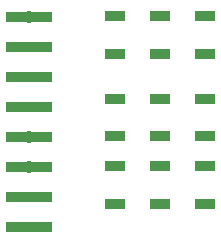
<source format=gts>
%FSLAX33Y33*%
%MOMM*%
%AMRect-W820710-H1670710-RO0.500*
21,1,0.82071,1.67071,0.,0.,270*%
%AMRect-W820710-H1670710-RO1.500*
21,1,0.82071,1.67071,0.,0.,90*%
%ADD10C,1.0668*%
%ADD11Rect-W820710-H1670710-RO0.500*%
%ADD12R,4.X0.89*%
%ADD13Rect-W820710-H1670710-RO1.500*%
D10*
%LNtop solder mask_traces*%
G01*
X2540Y11455D03*
X2540Y21590D03*
X2540Y8890D03*
%LNtop solder mask component 868628c6aa7037bb*%
D11*
X13589Y21641D03*
X13589Y18491D03*
%LNtop solder mask component 62b3e2272320442a*%
X9779Y21641D03*
X9779Y18491D03*
%LNtop solder mask component fd34238b57d531db*%
D12*
X2500Y3810D03*
X2500Y6350D03*
X2500Y8890D03*
X2500Y11430D03*
X2500Y13970D03*
X2500Y16510D03*
X2500Y19050D03*
X2500Y21590D03*
%LNtop solder mask component 95d8b9a3a25ae001*%
D11*
X17399Y14656D03*
X17399Y11506D03*
%LNtop solder mask component 70e29820ef631711*%
X13589Y14656D03*
X13589Y11506D03*
%LNtop solder mask component fe7c5379573a1454*%
D13*
X9779Y5791D03*
X9779Y8941D03*
%LNtop solder mask component 8f66079ef4103477*%
D11*
X9779Y14656D03*
X9779Y11506D03*
%LNtop solder mask component ffc9bcd939fe1c4a*%
D13*
X17399Y5791D03*
X17399Y8941D03*
%LNtop solder mask component 18bc913720ed4028*%
X13589Y5791D03*
X13589Y8941D03*
%LNtop solder mask component e4ae99b1e168a3db*%
D11*
X17399Y21641D03*
X17399Y18491D03*
M02*
</source>
